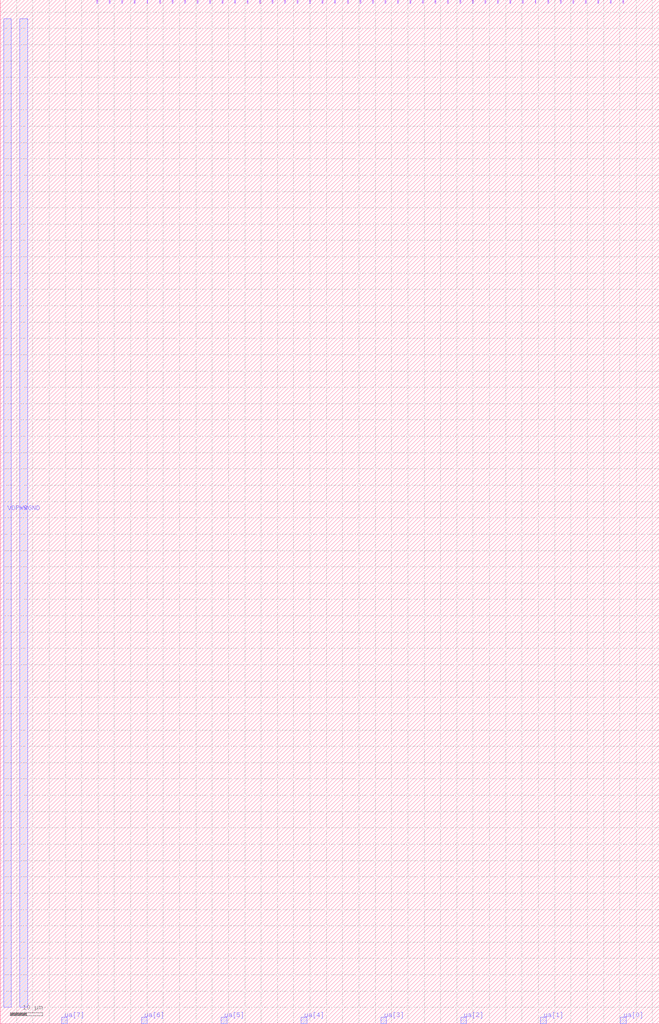
<source format=lef>
VERSION 5.7 ;
  NOWIREEXTENSIONATPIN ON ;
  DIVIDERCHAR "/" ;
  BUSBITCHARS "[]" ;
MACRO tt_um_Hecmac
  CLASS BLOCK ;
  FOREIGN tt_um_Hecmac ;
  ORIGIN 0.000 0.000 ;
  SIZE 202.080 BY 313.740 ;
  PIN clk
    DIRECTION INPUT ;
    USE SIGNAL ;
    PORT
      LAYER Metal4 ;
        RECT 187.050 312.740 187.350 313.740 ;
    END
  END clk
  PIN ena
    DIRECTION INPUT ;
    USE SIGNAL ;
    PORT
      LAYER Metal4 ;
        RECT 190.890 312.740 191.190 313.740 ;
    END
  END ena
  PIN rst_n
    DIRECTION INPUT ;
    USE SIGNAL ;
    PORT
      LAYER Metal4 ;
        RECT 183.210 312.740 183.510 313.740 ;
    END
  END rst_n
  PIN ua[0]
    DIRECTION INOUT ;
    USE SIGNAL ;
    PORT
      LAYER TopMetal1 ;
        RECT 190.165 0.000 191.915 2.000 ;
    END
  END ua[0]
  PIN ua[1]
    DIRECTION INOUT ;
    USE SIGNAL ;
    PORT
      LAYER TopMetal1 ;
        RECT 165.685 0.000 167.435 2.000 ;
    END
  END ua[1]
  PIN ua[2]
    DIRECTION INOUT ;
    USE SIGNAL ;
    PORT
      LAYER TopMetal1 ;
        RECT 141.205 0.000 142.955 2.000 ;
    END
  END ua[2]
  PIN ua[3]
    DIRECTION INOUT ;
    USE SIGNAL ;
    PORT
      LAYER TopMetal1 ;
        RECT 116.725 0.000 118.475 2.000 ;
    END
  END ua[3]
  PIN ua[4]
    DIRECTION INOUT ;
    USE SIGNAL ;
    PORT
      LAYER TopMetal1 ;
        RECT 92.245 0.000 93.995 2.000 ;
    END
  END ua[4]
  PIN ua[5]
    DIRECTION INOUT ;
    USE SIGNAL ;
    PORT
      LAYER TopMetal1 ;
        RECT 67.765 0.000 69.515 2.000 ;
    END
  END ua[5]
  PIN ua[6]
    DIRECTION INOUT ;
    USE SIGNAL ;
    PORT
      LAYER TopMetal1 ;
        RECT 43.285 0.000 45.035 2.000 ;
    END
  END ua[6]
  PIN ua[7]
    DIRECTION INOUT ;
    USE SIGNAL ;
    PORT
      LAYER TopMetal1 ;
        RECT 18.805 0.000 20.555 2.000 ;
    END
  END ua[7]
  PIN ui_in[0]
    DIRECTION INPUT ;
    USE SIGNAL ;
    PORT
      LAYER Metal4 ;
        RECT 179.370 312.740 179.670 313.740 ;
    END
  END ui_in[0]
  PIN ui_in[1]
    DIRECTION INPUT ;
    USE SIGNAL ;
    PORT
      LAYER Metal4 ;
        RECT 175.530 312.740 175.830 313.740 ;
    END
  END ui_in[1]
  PIN ui_in[2]
    DIRECTION INPUT ;
    USE SIGNAL ;
    PORT
      LAYER Metal4 ;
        RECT 171.690 312.740 171.990 313.740 ;
    END
  END ui_in[2]
  PIN ui_in[3]
    DIRECTION INPUT ;
    USE SIGNAL ;
    PORT
      LAYER Metal4 ;
        RECT 167.850 312.740 168.150 313.740 ;
    END
  END ui_in[3]
  PIN ui_in[4]
    DIRECTION INPUT ;
    USE SIGNAL ;
    PORT
      LAYER Metal4 ;
        RECT 164.010 312.740 164.310 313.740 ;
    END
  END ui_in[4]
  PIN ui_in[5]
    DIRECTION INPUT ;
    USE SIGNAL ;
    PORT
      LAYER Metal4 ;
        RECT 160.170 312.740 160.470 313.740 ;
    END
  END ui_in[5]
  PIN ui_in[6]
    DIRECTION INPUT ;
    USE SIGNAL ;
    PORT
      LAYER Metal4 ;
        RECT 156.330 312.740 156.630 313.740 ;
    END
  END ui_in[6]
  PIN ui_in[7]
    DIRECTION INPUT ;
    USE SIGNAL ;
    PORT
      LAYER Metal4 ;
        RECT 152.490 312.740 152.790 313.740 ;
    END
  END ui_in[7]
  PIN uio_in[0]
    DIRECTION INPUT ;
    USE SIGNAL ;
    PORT
      LAYER Metal4 ;
        RECT 148.650 312.740 148.950 313.740 ;
    END
  END uio_in[0]
  PIN uio_in[1]
    DIRECTION INPUT ;
    USE SIGNAL ;
    PORT
      LAYER Metal4 ;
        RECT 144.810 312.740 145.110 313.740 ;
    END
  END uio_in[1]
  PIN uio_in[2]
    DIRECTION INPUT ;
    USE SIGNAL ;
    PORT
      LAYER Metal4 ;
        RECT 140.970 312.740 141.270 313.740 ;
    END
  END uio_in[2]
  PIN uio_in[3]
    DIRECTION INPUT ;
    USE SIGNAL ;
    PORT
      LAYER Metal4 ;
        RECT 137.130 312.740 137.430 313.740 ;
    END
  END uio_in[3]
  PIN uio_in[4]
    DIRECTION INPUT ;
    USE SIGNAL ;
    PORT
      LAYER Metal4 ;
        RECT 133.290 312.740 133.590 313.740 ;
    END
  END uio_in[4]
  PIN uio_in[5]
    DIRECTION INPUT ;
    USE SIGNAL ;
    PORT
      LAYER Metal4 ;
        RECT 129.450 312.740 129.750 313.740 ;
    END
  END uio_in[5]
  PIN uio_in[6]
    DIRECTION INPUT ;
    USE SIGNAL ;
    PORT
      LAYER Metal4 ;
        RECT 125.610 312.740 125.910 313.740 ;
    END
  END uio_in[6]
  PIN uio_in[7]
    DIRECTION INPUT ;
    USE SIGNAL ;
    PORT
      LAYER Metal4 ;
        RECT 121.770 312.740 122.070 313.740 ;
    END
  END uio_in[7]
  PIN uio_oe[0]
    DIRECTION OUTPUT ;
    USE SIGNAL ;
    PORT
      LAYER Metal4 ;
        RECT 56.490 312.740 56.790 313.740 ;
    END
  END uio_oe[0]
  PIN uio_oe[1]
    DIRECTION OUTPUT ;
    USE SIGNAL ;
    PORT
      LAYER Metal4 ;
        RECT 52.650 312.740 52.950 313.740 ;
    END
  END uio_oe[1]
  PIN uio_oe[2]
    DIRECTION OUTPUT ;
    USE SIGNAL ;
    PORT
      LAYER Metal4 ;
        RECT 48.810 312.740 49.110 313.740 ;
    END
  END uio_oe[2]
  PIN uio_oe[3]
    DIRECTION OUTPUT ;
    USE SIGNAL ;
    PORT
      LAYER Metal4 ;
        RECT 44.970 312.740 45.270 313.740 ;
    END
  END uio_oe[3]
  PIN uio_oe[4]
    DIRECTION OUTPUT ;
    USE SIGNAL ;
    PORT
      LAYER Metal4 ;
        RECT 41.130 312.740 41.430 313.740 ;
    END
  END uio_oe[4]
  PIN uio_oe[5]
    DIRECTION OUTPUT ;
    USE SIGNAL ;
    PORT
      LAYER Metal4 ;
        RECT 37.290 312.740 37.590 313.740 ;
    END
  END uio_oe[5]
  PIN uio_oe[6]
    DIRECTION OUTPUT ;
    USE SIGNAL ;
    PORT
      LAYER Metal4 ;
        RECT 33.450 312.740 33.750 313.740 ;
    END
  END uio_oe[6]
  PIN uio_oe[7]
    DIRECTION OUTPUT ;
    USE SIGNAL ;
    PORT
      LAYER Metal4 ;
        RECT 29.610 312.740 29.910 313.740 ;
    END
  END uio_oe[7]
  PIN uio_out[0]
    DIRECTION OUTPUT ;
    USE SIGNAL ;
    PORT
      LAYER Metal4 ;
        RECT 87.210 312.740 87.510 313.740 ;
    END
  END uio_out[0]
  PIN uio_out[1]
    DIRECTION OUTPUT ;
    USE SIGNAL ;
    PORT
      LAYER Metal4 ;
        RECT 83.370 312.740 83.670 313.740 ;
    END
  END uio_out[1]
  PIN uio_out[2]
    DIRECTION OUTPUT ;
    USE SIGNAL ;
    PORT
      LAYER Metal4 ;
        RECT 79.530 312.740 79.830 313.740 ;
    END
  END uio_out[2]
  PIN uio_out[3]
    DIRECTION OUTPUT ;
    USE SIGNAL ;
    PORT
      LAYER Metal4 ;
        RECT 75.690 312.740 75.990 313.740 ;
    END
  END uio_out[3]
  PIN uio_out[4]
    DIRECTION OUTPUT ;
    USE SIGNAL ;
    PORT
      LAYER Metal4 ;
        RECT 71.850 312.740 72.150 313.740 ;
    END
  END uio_out[4]
  PIN uio_out[5]
    DIRECTION OUTPUT ;
    USE SIGNAL ;
    PORT
      LAYER Metal4 ;
        RECT 68.010 312.740 68.310 313.740 ;
    END
  END uio_out[5]
  PIN uio_out[6]
    DIRECTION OUTPUT ;
    USE SIGNAL ;
    PORT
      LAYER Metal4 ;
        RECT 64.170 312.740 64.470 313.740 ;
    END
  END uio_out[6]
  PIN uio_out[7]
    DIRECTION OUTPUT ;
    USE SIGNAL ;
    PORT
      LAYER Metal4 ;
        RECT 60.330 312.740 60.630 313.740 ;
    END
  END uio_out[7]
  PIN uo_out[0]
    DIRECTION OUTPUT ;
    USE SIGNAL ;
    PORT
      LAYER Metal4 ;
        RECT 117.930 312.740 118.230 313.740 ;
    END
  END uo_out[0]
  PIN uo_out[1]
    DIRECTION OUTPUT ;
    USE SIGNAL ;
    PORT
      LAYER Metal4 ;
        RECT 114.090 312.740 114.390 313.740 ;
    END
  END uo_out[1]
  PIN uo_out[2]
    DIRECTION OUTPUT ;
    USE SIGNAL ;
    PORT
      LAYER Metal4 ;
        RECT 110.250 312.740 110.550 313.740 ;
    END
  END uo_out[2]
  PIN uo_out[3]
    DIRECTION OUTPUT ;
    USE SIGNAL ;
    PORT
      LAYER Metal4 ;
        RECT 106.410 312.740 106.710 313.740 ;
    END
  END uo_out[3]
  PIN uo_out[4]
    DIRECTION OUTPUT ;
    USE SIGNAL ;
    PORT
      LAYER Metal4 ;
        RECT 102.570 312.740 102.870 313.740 ;
    END
  END uo_out[4]
  PIN uo_out[5]
    DIRECTION OUTPUT ;
    USE SIGNAL ;
    PORT
      LAYER Metal4 ;
        RECT 98.730 312.740 99.030 313.740 ;
    END
  END uo_out[5]
  PIN uo_out[6]
    DIRECTION OUTPUT ;
    USE SIGNAL ;
    PORT
      LAYER Metal4 ;
        RECT 94.890 312.740 95.190 313.740 ;
    END
  END uo_out[6]
  PIN uo_out[7]
    DIRECTION OUTPUT ;
    USE SIGNAL ;
    PORT
      LAYER Metal4 ;
        RECT 91.050 312.740 91.350 313.740 ;
    END
  END uo_out[7]
  PIN VDPWR
    DIRECTION INOUT ;
    USE POWER ;
    PORT
      LAYER TopMetal1 ;
        RECT 1.000 5.000 3.400 308.000 ;
    END
  END VDPWR
  PIN VGND
    DIRECTION INOUT ;
    USE GROUND ;
    PORT
      LAYER TopMetal1 ;
        RECT 6.000 5.000 8.400 308.000 ;
    END
  END VGND
END tt_um_Hecmac
END LIBRARY


</source>
